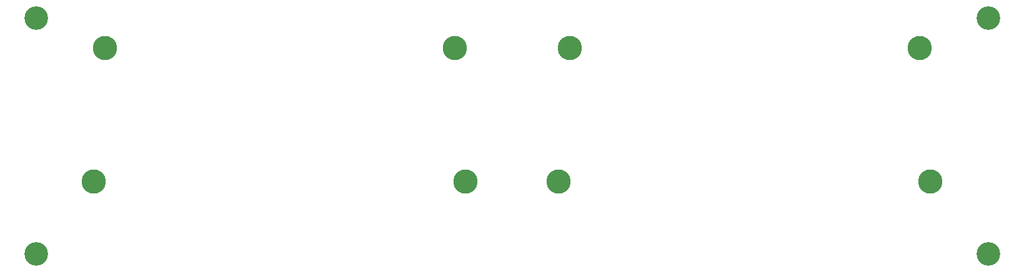
<source format=gts>
G04 #@! TF.GenerationSoftware,KiCad,Pcbnew,7.0.8*
G04 #@! TF.CreationDate,2024-02-01T01:17:55-07:00*
G04 #@! TF.ProjectId,loggerpanel,6c6f6767-6572-4706-916e-656c2e6b6963,v1*
G04 #@! TF.SameCoordinates,Original*
G04 #@! TF.FileFunction,Soldermask,Top*
G04 #@! TF.FilePolarity,Negative*
%FSLAX46Y46*%
G04 Gerber Fmt 4.6, Leading zero omitted, Abs format (unit mm)*
G04 Created by KiCad (PCBNEW 7.0.8) date 2024-02-01 01:17:55*
%MOMM*%
%LPD*%
G01*
G04 APERTURE LIST*
%ADD10C,3.200000*%
%ADD11C,3.300000*%
G04 APERTURE END LIST*
D10*
X210000000Y-90000000D03*
X81000000Y-90000000D03*
D11*
X88800000Y-112170000D03*
X90300000Y-94070000D03*
X137700000Y-94070000D03*
X139200000Y-112170000D03*
X151800000Y-112170000D03*
X153300000Y-94070000D03*
X200700000Y-94070000D03*
X202200000Y-112170000D03*
D10*
X210000000Y-122000000D03*
X81000000Y-122000000D03*
M02*

</source>
